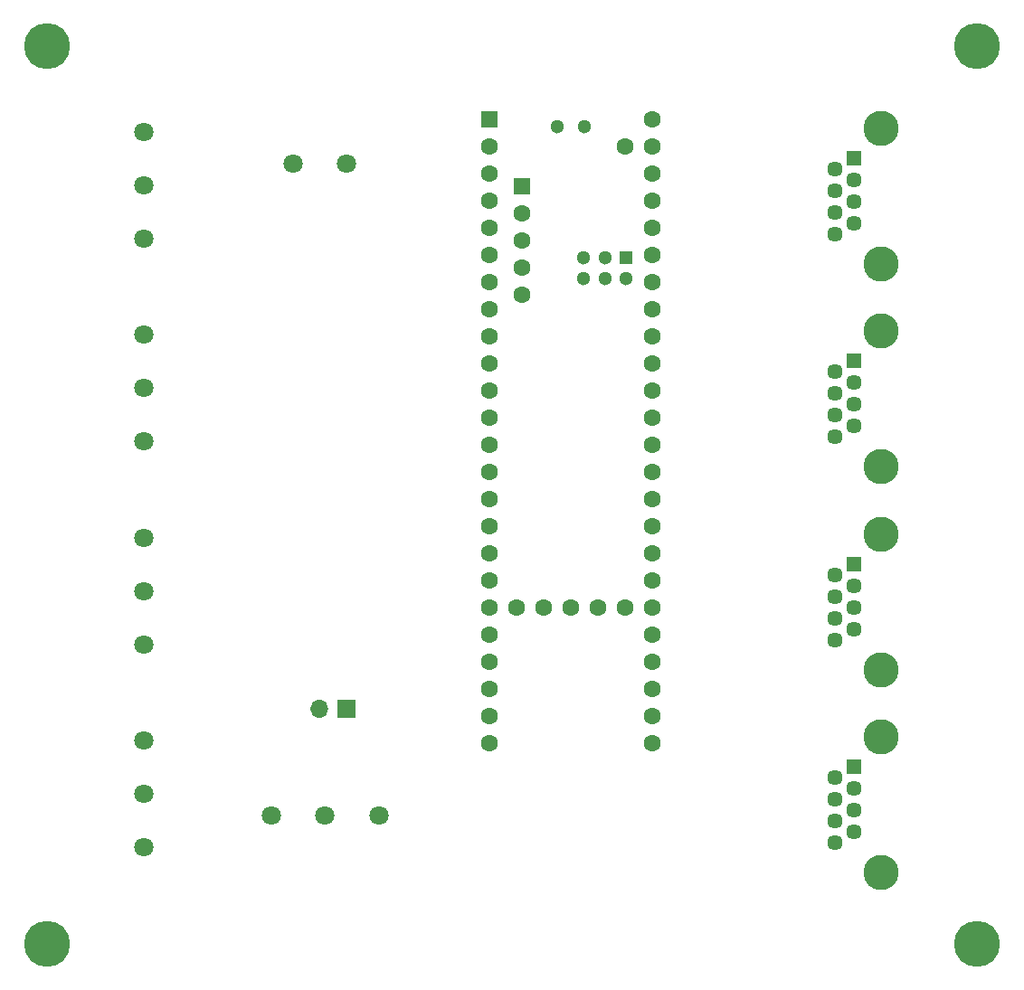
<source format=gbr>
G04 #@! TF.GenerationSoftware,KiCad,Pcbnew,(5.1.7-0-10_14)*
G04 #@! TF.CreationDate,2020-11-21T12:18:44-08:00*
G04 #@! TF.ProjectId,Main PCB,4d61696e-2050-4434-922e-6b696361645f,1*
G04 #@! TF.SameCoordinates,Original*
G04 #@! TF.FileFunction,Soldermask,Bot*
G04 #@! TF.FilePolarity,Negative*
%FSLAX46Y46*%
G04 Gerber Fmt 4.6, Leading zero omitted, Abs format (unit mm)*
G04 Created by KiCad (PCBNEW (5.1.7-0-10_14)) date 2020-11-21 12:18:44*
%MOMM*%
%LPD*%
G01*
G04 APERTURE LIST*
%ADD10C,4.300000*%
%ADD11C,1.300000*%
%ADD12C,1.600000*%
%ADD13R,1.300000X1.300000*%
%ADD14R,1.600000X1.600000*%
%ADD15O,1.700000X1.700000*%
%ADD16R,1.700000X1.700000*%
%ADD17C,1.803400*%
%ADD18C,3.302000*%
%ADD19C,1.447800*%
%ADD20R,1.447800X1.447800*%
G04 APERTURE END LIST*
D10*
X-15000000Y-61000000D03*
X72000000Y-61000000D03*
X72000000Y23000000D03*
X-15000000Y23000000D03*
D11*
X35270000Y15480000D03*
X32730000Y15480000D03*
D12*
X39080000Y-29510000D03*
X36540000Y-29510000D03*
X34000000Y-29510000D03*
X31460000Y-29510000D03*
X28920000Y-29510000D03*
D11*
X35181600Y3240000D03*
X35181600Y1240000D03*
X37181600Y1240000D03*
X37181600Y3240000D03*
X39181600Y1240000D03*
D13*
X39181600Y3240000D03*
D12*
X26380000Y-24430000D03*
X26380000Y-26970000D03*
X26380000Y-29510000D03*
X26380000Y-32050000D03*
X26380000Y-21890000D03*
X26380000Y-19350000D03*
X26380000Y-16810000D03*
X26380000Y-34590000D03*
X26380000Y-37130000D03*
X26380000Y-39670000D03*
X26380000Y-42210000D03*
X41620000Y-42210000D03*
X41620000Y-39670000D03*
X41620000Y-37130000D03*
X41620000Y-34590000D03*
X41620000Y-32050000D03*
X41620000Y-29510000D03*
X41620000Y-26970000D03*
X41620000Y-24430000D03*
X41620000Y-21890000D03*
X41620000Y-19350000D03*
X26380000Y-14270000D03*
X26380000Y-11730000D03*
X26380000Y-9190000D03*
X26380000Y-6650000D03*
X26380000Y-4110000D03*
X26380000Y-1570000D03*
X26380000Y970000D03*
X26380000Y3510000D03*
X26380000Y6050000D03*
X26380000Y8590000D03*
X26380000Y11130000D03*
X26380000Y13670000D03*
D14*
X26380000Y16210000D03*
D12*
X41620000Y-16810000D03*
X41620000Y-14270000D03*
X41620000Y-11730000D03*
X41620000Y-9190000D03*
X41620000Y-6650000D03*
X41620000Y-4110000D03*
X41620000Y-1570000D03*
X41620000Y970000D03*
X41620000Y3510000D03*
X41620000Y6050000D03*
X41620000Y8590000D03*
X41620000Y11130000D03*
X41620000Y13670000D03*
X41620000Y16210000D03*
D14*
X29430800Y9910800D03*
D12*
X29430800Y7370800D03*
X29430800Y4830800D03*
X29430800Y2290800D03*
X29430800Y-249200D03*
X39080000Y13670000D03*
D15*
X10460000Y-39000000D03*
D16*
X13000000Y-39000000D03*
D17*
X16000000Y-49000000D03*
X11000000Y-49000000D03*
X6000000Y-49000000D03*
X-6000000Y-52000000D03*
X-6000000Y-47000000D03*
X-6000000Y-42000000D03*
X-6000000Y-33000000D03*
X-6000000Y-28000000D03*
X-6000000Y-23000000D03*
X-6000000Y-14000000D03*
X-6000000Y-9000000D03*
X-6000000Y-4000000D03*
X-6000000Y5000000D03*
X-6000000Y10000000D03*
X-6000000Y15000000D03*
X8000000Y12000000D03*
X13000000Y12000000D03*
D18*
X63000000Y-41650000D03*
X63000000Y-54350000D03*
D19*
X58682000Y-51556000D03*
X60460000Y-50540000D03*
X58682000Y-49524000D03*
X60460000Y-48508000D03*
X58682000Y-47492000D03*
X60460000Y-46476000D03*
X58682000Y-45460000D03*
D20*
X60460000Y-44444000D03*
D18*
X63000000Y-22650000D03*
X63000000Y-35350000D03*
D19*
X58682000Y-32556000D03*
X60460000Y-31540000D03*
X58682000Y-30524000D03*
X60460000Y-29508000D03*
X58682000Y-28492000D03*
X60460000Y-27476000D03*
X58682000Y-26460000D03*
D20*
X60460000Y-25444000D03*
D18*
X63000000Y-3650000D03*
X63000000Y-16350000D03*
D19*
X58682000Y-13556000D03*
X60460000Y-12540000D03*
X58682000Y-11524000D03*
X60460000Y-10508000D03*
X58682000Y-9492000D03*
X60460000Y-8476000D03*
X58682000Y-7460000D03*
D20*
X60460000Y-6444000D03*
D18*
X63000000Y15350000D03*
X63000000Y2650000D03*
D19*
X58682000Y5444000D03*
X60460000Y6460000D03*
X58682000Y7476000D03*
X60460000Y8492000D03*
X58682000Y9508000D03*
X60460000Y10524000D03*
X58682000Y11540000D03*
D20*
X60460000Y12556000D03*
M02*

</source>
